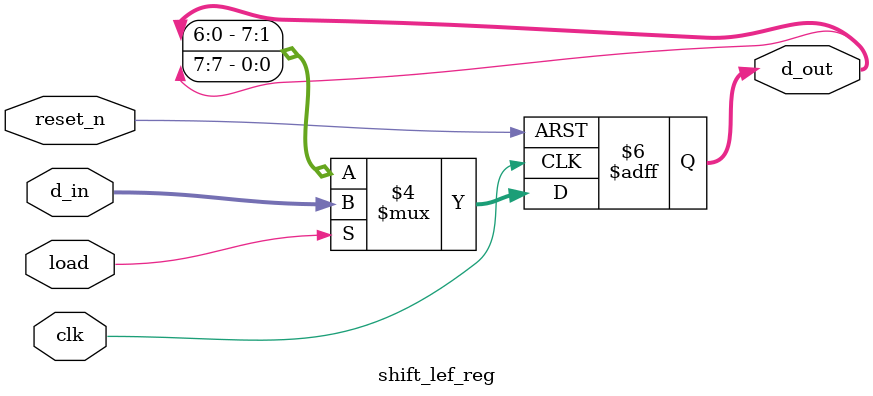
<source format=v>
`timescale 1ns / 1ps


module shift_lef_reg(
    input [7:0] d_in,
    input load,
    input clk,
    input reset_n,
    output reg [7:0] d_out
    );
    
always@(posedge clk, negedge reset_n)
begin
    if(!reset_n)
        d_out <= 8'b0000_0000;
    else
        if(load)
            d_out <= d_in;
        else    
            d_out <= {d_out[6:0],d_out[7]};
        
end
endmodule

</source>
